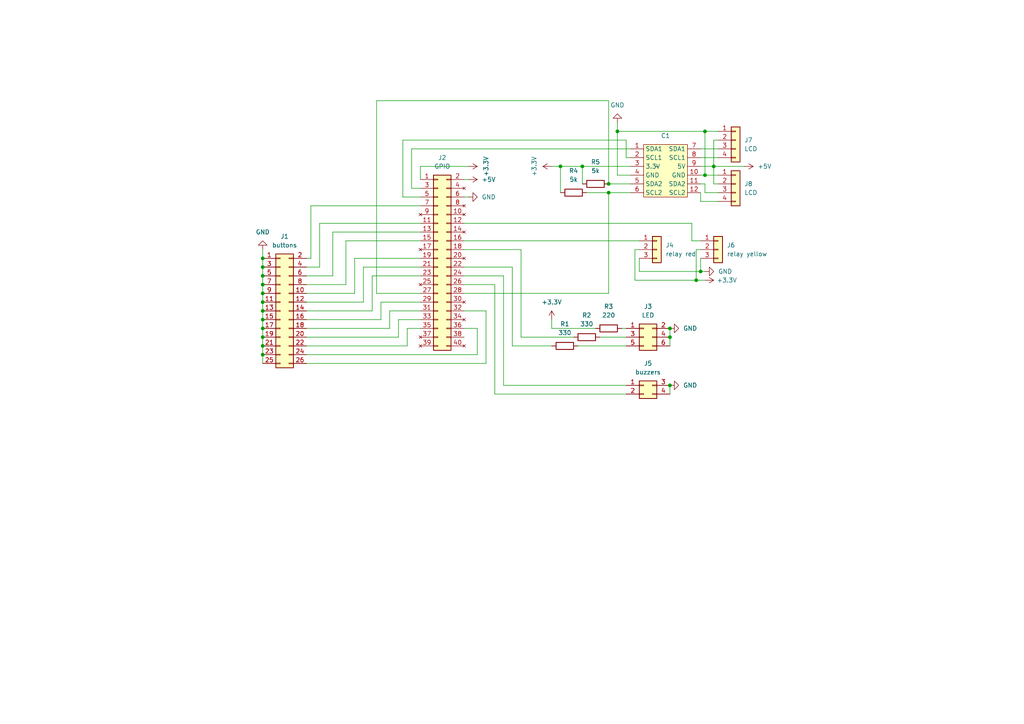
<source format=kicad_sch>
(kicad_sch (version 20230121) (generator eeschema)
  (paper "A4")
  (lib_symbols
    (symbol "Conn_01x04_1" (pin_names (offset 1.016) hide)
      (property "Reference" "J4" (at 2.54 0 0))
      (property "Value" "LCD" (at 2.54 -2.54 0))
      (symbol "Conn_01x04_1_1_1"
        (rectangle (start -1.27 -4.953) (end 0 -5.207) (stroke (width 0.1524)))
        (rectangle (start -1.27 -2.413) (end 0 -2.667) (stroke (width 0.1524)))
        (rectangle (start -1.27 0.127) (end 0 -0.127) (stroke (width 0.1524)))
        (rectangle (start -1.27 2.667) (end 0 2.413) (stroke (width 0.1524)))
        (rectangle (start -1.27 3.81) (end 1.27 -6.35) (stroke (width 0.254)) (fill (type background)))
        (pin power_in line (at -5.08 2.54 0) (length 3.81) (name "GND") (number "1"))
        (pin power_in line (at -5.08 0 0) (length 3.81) (name "VCC") (number "2"))
        (pin passive line (at -5.08 -2.54 0) (length 3.81) (name "SDA") (number "3"))
        (pin passive line (at -5.08 -5.08 0) (length 3.81) (name "SCL") (number "4"))
      )
    )
    (symbol "Connector_Generic:Conn_01x03" (pin_names (offset 1.016) hide)
      (property "Reference" "J" (at 0 5.08 0))
      (property "Value" "Conn_01x03" (at 0 -5.08 0))
      (symbol "Conn_01x03_1_1"
        (rectangle (start -1.27 -2.413) (end 0 -2.667) (stroke (width 0.1524)))
        (rectangle (start -1.27 0.127) (end 0 -0.127) (stroke (width 0.1524)))
        (rectangle (start -1.27 2.667) (end 0 2.413) (stroke (width 0.1524)))
        (rectangle (start -1.27 3.81) (end 1.27 -3.81) (stroke (width 0.254)) (fill (type background)))
        (pin passive line (at -5.08 2.54 0) (length 3.81) (name "Pin_1") (number "1"))
        (pin passive line (at -5.08 0 0) (length 3.81) (name "Pin_2") (number "2"))
        (pin passive line (at -5.08 -2.54 0) (length 3.81) (name "Pin_3") (number "3"))
      )
    )
    (symbol "Connector_Generic:Conn_02x02_Top_Bottom" (pin_names (offset 1.016) hide)
      (property "Reference" "J" (at 1.27 2.54 0))
      (property "Value" "Conn_02x02_Top_Bottom" (at 1.27 -5.08 0))
      (symbol "Conn_02x02_Top_Bottom_1_1"
        (rectangle (start -1.27 -2.413) (end 0 -2.667) (stroke (width 0.1524)))
        (rectangle (start -1.27 0.127) (end 0 -0.127) (stroke (width 0.1524)))
        (rectangle (start -1.27 1.27) (end 3.81 -3.81) (stroke (width 0.254)) (fill (type background)))
        (rectangle (start 3.81 -2.413) (end 2.54 -2.667) (stroke (width 0.1524)))
        (rectangle (start 3.81 0.127) (end 2.54 -0.127) (stroke (width 0.1524)))
        (pin passive line (at -5.08 0 0) (length 3.81) (name "Pin_1") (number "1"))
        (pin passive line (at -5.08 -2.54 0) (length 3.81) (name "Pin_2") (number "2"))
        (pin passive line (at 7.62 0 180) (length 3.81) (name "Pin_3") (number "3"))
        (pin passive line (at 7.62 -2.54 180) (length 3.81) (name "Pin_4") (number "4"))
      )
    )
    (symbol "Connector_Generic:Conn_02x03_Odd_Even" (pin_names (offset 1.016) hide)
      (property "Reference" "J" (at 1.27 5.08 0))
      (property "Value" "Conn_02x03_Odd_Even" (at 1.27 -5.08 0))
      (symbol "Conn_02x03_Odd_Even_1_1"
        (rectangle (start -1.27 -2.413) (end 0 -2.667) (stroke (width 0.1524)))
        (rectangle (start -1.27 0.127) (end 0 -0.127) (stroke (width 0.1524)))
        (rectangle (start -1.27 2.667) (end 0 2.413) (stroke (width 0.1524)))
        (rectangle (start -1.27 3.81) (end 3.81 -3.81) (stroke (width 0.254)) (fill (type background)))
        (rectangle (start 3.81 -2.413) (end 2.54 -2.667) (stroke (width 0.1524)))
        (rectangle (start 3.81 0.127) (end 2.54 -0.127) (stroke (width 0.1524)))
        (rectangle (start 3.81 2.667) (end 2.54 2.413) (stroke (width 0.1524)))
        (pin passive line (at -5.08 2.54 0) (length 3.81) (name "Pin_1") (number "1"))
        (pin passive line (at 7.62 2.54 180) (length 3.81) (name "Pin_2") (number "2"))
        (pin passive line (at -5.08 0 0) (length 3.81) (name "Pin_3") (number "3"))
        (pin passive line (at 7.62 0 180) (length 3.81) (name "Pin_4") (number "4"))
        (pin passive line (at -5.08 -2.54 0) (length 3.81) (name "Pin_5") (number "5"))
        (pin passive line (at 7.62 -2.54 180) (length 3.81) (name "Pin_6") (number "6"))
      )
    )
    (symbol "Connector_Generic:Conn_02x13_Odd_Even" (pin_names (offset 1.016) hide)
      (property "Reference" "J6" (at 1.27 21.59 0))
      (property "Value" "buttons" (at 1.27 19.05 0))
      (symbol "Conn_02x13_Odd_Even_1_1"
        (rectangle (start -1.27 -15.113) (end 0 -15.367) (stroke (width 0.1524)))
        (rectangle (start -1.27 -12.573) (end 0 -12.827) (stroke (width 0.1524)))
        (rectangle (start -1.27 -10.033) (end 0 -10.287) (stroke (width 0.1524)))
        (rectangle (start -1.27 -7.493) (end 0 -7.747) (stroke (width 0.1524)))
        (rectangle (start -1.27 -4.953) (end 0 -5.207) (stroke (width 0.1524)))
        (rectangle (start -1.27 -2.413) (end 0 -2.667) (stroke (width 0.1524)))
        (rectangle (start -1.27 0.127) (end 0 -0.127) (stroke (width 0.1524)))
        (rectangle (start -1.27 2.667) (end 0 2.413) (stroke (width 0.1524)))
        (rectangle (start -1.27 5.207) (end 0 4.953) (stroke (width 0.1524)))
        (rectangle (start -1.27 7.747) (end 0 7.493) (stroke (width 0.1524)))
        (rectangle (start -1.27 10.287) (end 0 10.033) (stroke (width 0.1524)))
        (rectangle (start -1.27 12.827) (end 0 12.573) (stroke (width 0.1524)))
        (rectangle (start -1.27 15.367) (end 0 15.113) (stroke (width 0.1524)))
        (rectangle (start -1.27 16.51) (end 3.81 -16.51) (stroke (width 0.254)) (fill (type background)))
        (rectangle (start 3.81 -15.113) (end 2.54 -15.367) (stroke (width 0.1524)))
        (rectangle (start 3.81 -12.573) (end 2.54 -12.827) (stroke (width 0.1524)))
        (rectangle (start 3.81 -10.033) (end 2.54 -10.287) (stroke (width 0.1524)))
        (rectangle (start 3.81 -7.493) (end 2.54 -7.747) (stroke (width 0.1524)))
        (rectangle (start 3.81 -4.953) (end 2.54 -5.207) (stroke (width 0.1524)))
        (rectangle (start 3.81 -2.413) (end 2.54 -2.667) (stroke (width 0.1524)))
        (rectangle (start 3.81 0.127) (end 2.54 -0.127) (stroke (width 0.1524)))
        (rectangle (start 3.81 2.667) (end 2.54 2.413) (stroke (width 0.1524)))
        (rectangle (start 3.81 5.207) (end 2.54 4.953) (stroke (width 0.1524)))
        (rectangle (start 3.81 7.747) (end 2.54 7.493) (stroke (width 0.1524)))
        (rectangle (start 3.81 10.287) (end 2.54 10.033) (stroke (width 0.1524)))
        (rectangle (start 3.81 12.827) (end 2.54 12.573) (stroke (width 0.1524)))
        (rectangle (start 3.81 15.367) (end 2.54 15.113) (stroke (width 0.1524)))
        (pin passive line (at -5.08 15.24 0) (length 3.81) (name "reset") (number "1"))
        (pin passive line (at 7.62 5.08 180) (length 3.81) (name "yellow-") (number "10"))
        (pin passive line (at -5.08 2.54 0) (length 3.81) (name "nuggets") (number "11"))
        (pin passive line (at 7.62 2.54 180) (length 3.81) (name "nuggets") (number "12"))
        (pin passive line (at -5.08 0 0) (length 3.81) (name "selpoivre") (number "13"))
        (pin passive line (at 7.62 0 180) (length 3.81) (name "selpoivre") (number "14"))
        (pin passive line (at -5.08 -2.54 0) (length 3.81) (name "menus") (number "15"))
        (pin passive line (at 7.62 -2.54 180) (length 3.81) (name "menus") (number "16"))
        (pin passive line (at -5.08 -5.08 0) (length 3.81) (name "addition") (number "17"))
        (pin passive line (at 7.62 -5.08 180) (length 3.81) (name "addition") (number "18"))
        (pin passive line (at -5.08 -7.62 0) (length 3.81) (name "sample1") (number "19"))
        (pin passive line (at 7.62 15.24 180) (length 3.81) (name "reset") (number "2"))
        (pin passive line (at 7.62 -7.62 180) (length 3.81) (name "sample1") (number "20"))
        (pin passive line (at -5.08 -10.16 0) (length 3.81) (name "sample2") (number "21"))
        (pin passive line (at 7.62 -10.16 180) (length 3.81) (name "sample2") (number "22"))
        (pin passive line (at -5.08 -12.7 0) (length 3.81) (name "sample3") (number "23"))
        (pin passive line (at 7.62 -12.7 180) (length 3.81) (name "sample3") (number "24"))
        (pin passive line (at -5.08 -15.24 0) (length 3.81) (name "sample4") (number "25"))
        (pin passive line (at 7.62 -15.24 180) (length 3.81) (name "sample4") (number "26"))
        (pin passive line (at -5.08 12.7 0) (length 3.81) (name "red+") (number "3"))
        (pin passive line (at 7.62 12.7 180) (length 3.81) (name "red+") (number "4"))
        (pin passive line (at -5.08 10.16 0) (length 3.81) (name "red-") (number "5"))
        (pin passive line (at 7.62 10.16 180) (length 3.81) (name "red-") (number "6"))
        (pin passive line (at -5.08 7.62 0) (length 3.81) (name "yellow+") (number "7"))
        (pin passive line (at 7.62 7.62 180) (length 3.81) (name "yellow+") (number "8"))
        (pin passive line (at -5.08 5.08 0) (length 3.81) (name "yellow-") (number "9"))
      )
    )
    (symbol "Connector_Generic:Conn_02x20_Odd_Even" (pin_names (offset 1.016) hide)
      (property "Reference" "J1" (at 0 29.21 0))
      (property "Value" "GPIO" (at 0 26.67 0))
      (symbol "Conn_02x20_Odd_Even_1_1"
        (rectangle (start -2.54 -25.273) (end -1.27 -25.527) (stroke (width 0.1524)))
        (rectangle (start -2.54 -22.733) (end -1.27 -22.987) (stroke (width 0.1524)))
        (rectangle (start -2.54 -20.193) (end -1.27 -20.447) (stroke (width 0.1524)))
        (rectangle (start -2.54 -17.653) (end -1.27 -17.907) (stroke (width 0.1524)))
        (rectangle (start -2.54 -15.113) (end -1.27 -15.367) (stroke (width 0.1524)))
        (rectangle (start -2.54 -12.573) (end -1.27 -12.827) (stroke (width 0.1524)))
        (rectangle (start -2.54 -10.033) (end -1.27 -10.287) (stroke (width 0.1524)))
        (rectangle (start -2.54 -7.493) (end -1.27 -7.747) (stroke (width 0.1524)))
        (rectangle (start -2.54 -4.953) (end -1.27 -5.207) (stroke (width 0.1524)))
        (rectangle (start -2.54 -2.413) (end -1.27 -2.667) (stroke (width 0.1524)))
        (rectangle (start -2.54 0.127) (end -1.27 -0.127) (stroke (width 0.1524)))
        (rectangle (start -2.54 2.667) (end -1.27 2.413) (stroke (width 0.1524)))
        (rectangle (start -2.54 5.207) (end -1.27 4.953) (stroke (width 0.1524)))
        (rectangle (start -2.54 7.747) (end -1.27 7.493) (stroke (width 0.1524)))
        (rectangle (start -2.54 10.287) (end -1.27 10.033) (stroke (width 0.1524)))
        (rectangle (start -2.54 12.827) (end -1.27 12.573) (stroke (width 0.1524)))
        (rectangle (start -2.54 15.367) (end -1.27 15.113) (stroke (width 0.1524)))
        (rectangle (start -2.54 17.907) (end -1.27 17.653) (stroke (width 0.1524)))
        (rectangle (start -2.54 20.447) (end -1.27 20.193) (stroke (width 0.1524)))
        (rectangle (start -2.54 22.987) (end -1.27 22.733) (stroke (width 0.1524)))
        (rectangle (start -2.54 24.13) (end 2.54 -26.67) (stroke (width 0.254)) (fill (type background)))
        (rectangle (start 2.54 -25.273) (end 1.27 -25.527) (stroke (width 0.1524)))
        (rectangle (start 2.54 -22.733) (end 1.27 -22.987) (stroke (width 0.1524)))
        (rectangle (start 2.54 -20.193) (end 1.27 -20.447) (stroke (width 0.1524)))
        (rectangle (start 2.54 -17.653) (end 1.27 -17.907) (stroke (width 0.1524)))
        (rectangle (start 2.54 -15.113) (end 1.27 -15.367) (stroke (width 0.1524)))
        (rectangle (start 2.54 -12.573) (end 1.27 -12.827) (stroke (width 0.1524)))
        (rectangle (start 2.54 -10.033) (end 1.27 -10.287) (stroke (width 0.1524)))
        (rectangle (start 2.54 -7.493) (end 1.27 -7.747) (stroke (width 0.1524)))
        (rectangle (start 2.54 -4.953) (end 1.27 -5.207) (stroke (width 0.1524)))
        (rectangle (start 2.54 -2.413) (end 1.27 -2.667) (stroke (width 0.1524)))
        (rectangle (start 2.54 0.127) (end 1.27 -0.127) (stroke (width 0.1524)))
        (rectangle (start 2.54 2.667) (end 1.27 2.413) (stroke (width 0.1524)))
        (rectangle (start 2.54 5.207) (end 1.27 4.953) (stroke (width 0.1524)))
        (rectangle (start 2.54 7.747) (end 1.27 7.493) (stroke (width 0.1524)))
        (rectangle (start 2.54 10.287) (end 1.27 10.033) (stroke (width 0.1524)))
        (rectangle (start 2.54 12.827) (end 1.27 12.573) (stroke (width 0.1524)))
        (rectangle (start 2.54 15.367) (end 1.27 15.113) (stroke (width 0.1524)))
        (rectangle (start 2.54 17.907) (end 1.27 17.653) (stroke (width 0.1524)))
        (rectangle (start 2.54 20.447) (end 1.27 20.193) (stroke (width 0.1524)))
        (rectangle (start 2.54 22.987) (end 1.27 22.733) (stroke (width 0.1524)))
        (pin power_in line (at -6.35 22.86 0) (length 3.81) (name "3v3") (number "1"))
        (pin no_connect line (at 6.35 12.7 180) (length 3.81) (name "RXD1") (number "10"))
        (pin passive line (at -6.35 10.16 0) (length 3.81) (name "wpi0") (number "11"))
        (pin passive line (at 6.35 10.16 180) (length 3.81) (name "wpi1") (number "12"))
        (pin passive line (at -6.35 7.62 0) (length 3.81) (name "wpi2") (number "13"))
        (pin no_connect line (at 6.35 7.62 180) (length 3.81) (name "GND") (number "14"))
        (pin passive line (at -6.35 5.08 0) (length 3.81) (name "wpi3") (number "15"))
        (pin passive line (at 6.35 5.08 180) (length 3.81) (name "wpi4") (number "16"))
        (pin no_connect line (at -6.35 2.54 0) (length 3.81) (name "3v3") (number "17"))
        (pin passive line (at 6.35 2.54 180) (length 3.81) (name "wpi5") (number "18"))
        (pin passive line (at -6.35 0 0) (length 3.81) (name "wpi12") (number "19"))
        (pin power_in line (at 6.35 22.86 180) (length 3.81) (name "5v0") (number "2"))
        (pin no_connect line (at 6.35 0 180) (length 3.81) (name "GND") (number "20"))
        (pin passive line (at -6.35 -2.54 0) (length 3.81) (name "wpi13") (number "21"))
        (pin passive line (at 6.35 -2.54 180) (length 3.81) (name "wpi6") (number "22"))
        (pin passive line (at -6.35 -5.08 0) (length 3.81) (name "wip14") (number "23"))
        (pin passive line (at 6.35 -5.08 180) (length 3.81) (name "wpi10") (number "24"))
        (pin no_connect line (at -6.35 -7.62 0) (length 3.81) (name "GND") (number "25"))
        (pin passive line (at 6.35 -7.62 180) (length 3.81) (name "wpi11") (number "26"))
        (pin passive line (at -6.35 -10.16 0) (length 3.81) (name "SDA2") (number "27"))
        (pin passive line (at 6.35 -10.16 180) (length 3.81) (name "SCL2") (number "28"))
        (pin passive line (at -6.35 -12.7 0) (length 3.81) (name "wip21") (number "29"))
        (pin passive line (at -6.35 20.32 0) (length 3.81) (name "SDA1") (number "3"))
        (pin no_connect line (at 6.35 -12.7 180) (length 3.81) (name "GND") (number "30"))
        (pin passive line (at -6.35 -15.24 0) (length 3.81) (name "wip22") (number "31"))
        (pin passive line (at 6.35 -15.24 180) (length 3.81) (name "wpi26") (number "32"))
        (pin passive line (at -6.35 -17.78 0) (length 3.81) (name "wip23") (number "33"))
        (pin no_connect line (at 6.35 -17.78 180) (length 3.81) (name "GND") (number "34"))
        (pin passive line (at -6.35 -20.32 0) (length 3.81) (name "wip24") (number "35"))
        (pin passive line (at 6.35 -20.32 180) (length 3.81) (name "wpi27") (number "36"))
        (pin no_connect line (at -6.35 -22.86 0) (length 3.81) (name "AIN1") (number "37"))
        (pin power_out line (at 6.35 -22.86 180) (length 3.81) (name "1.8V") (number "38"))
        (pin no_connect line (at -6.35 -25.4 0) (length 3.81) (name "GND") (number "39"))
        (pin no_connect line (at 6.35 20.32 180) (length 3.81) (name "5v0") (number "4"))
        (pin no_connect line (at 6.35 -25.4 180) (length 3.81) (name "AIN0") (number "40"))
        (pin passive line (at -6.35 17.78 0) (length 3.81) (name "SCL1") (number "5"))
        (pin power_in line (at 6.35 17.78 180) (length 3.81) (name "GND") (number "6"))
        (pin passive line (at -6.35 15.24 0) (length 3.81) (name "wpi7") (number "7"))
        (pin no_connect line (at 6.35 15.24 180) (length 3.81) (name "TXD1") (number "8"))
        (pin no_connect line (at -6.35 12.7 0) (length 3.81) (name "GND") (number "9"))
      )
    )
    (symbol "Device:R" (pin_numbers hide) (pin_names (offset 0))
      (property "Reference" "R" (at 2.032 0 90))
      (property "Value" "R" (at 0 0 90))
      (symbol "R_0_1"
        (rectangle (start -1.016 -2.54) (end 1.016 2.54) (stroke (width 0.254)))
      )
      (symbol "R_1_1"
        (pin passive line (at 0 3.81 270) (length 1.27) (name "~") (number "1"))
        (pin passive line (at 0 -3.81 90) (length 1.27) (name "~") (number "2"))
      )
    )
    (symbol "perso:Converter_3.3v_5v_i2c"
      (property "Reference" "C" (at 0 0 0))
      (symbol "Converter_3.3v_5v_i2c_1_1"
        (rectangle (start -6.35 7.62) (end 6.35 -7.62) (fill (type background)))
        (pin bidirectional line (at -10.16 6.35 0) (length 3.81) (name "SDA1") (number "1"))
        (pin power_in line (at 10.16 -1.27 180) (length 3.81) (name "GND") (number "10"))
        (pin bidirectional line (at 10.16 -3.81 180) (length 3.81) (name "SDA2") (number "11"))
        (pin bidirectional line (at 10.16 -6.35 180) (length 3.81) (name "SCL2") (number "12"))
        (pin bidirectional line (at -10.16 3.81 0) (length 3.81) (name "SCL1") (number "2"))
        (pin power_in line (at -10.16 1.27 0) (length 3.81) (name "3.3V") (number "3"))
        (pin power_in line (at -10.16 -1.27 0) (length 3.81) (name "GND") (number "4"))
        (pin bidirectional line (at -10.16 -3.81 0) (length 3.81) (name "SDA2") (number "5"))
        (pin bidirectional line (at -10.16 -6.35 0) (length 3.81) (name "SCL2") (number "6"))
        (pin bidirectional line (at 10.16 6.35 180) (length 3.81) (name "SDA1") (number "7"))
        (pin bidirectional line (at 10.16 3.81 180) (length 3.81) (name "SCL1") (number "8"))
        (pin power_in line (at 10.16 1.27 180) (length 3.81) (name "5V") (number "9"))
      )
    )
    (symbol "power:+3.3V" (power) (pin_names (offset 0))
      (property "Value" "+3.3V" (at 0 3.556 0))
      (symbol "+3.3V_0_1"
        (polyline (pts (xy -0.762 1.27) (xy 0 2.54)))
        (polyline (pts (xy 0 0) (xy 0 2.54)))
        (polyline (pts (xy 0 2.54) (xy 0.762 1.27)))
      )
      (symbol "+3.3V_1_1"
        (pin power_in line (at 0 0 90) (length 0) hide (name "+3.3V") (number "1"))
      )
    )
    (symbol "power:+5V" (power) (pin_names (offset 0))
      (property "Value" "+5V" (at 0 3.556 0))
      (symbol "+5V_0_1"
        (polyline (pts (xy -0.762 1.27) (xy 0 2.54)))
        (polyline (pts (xy 0 0) (xy 0 2.54)))
        (polyline (pts (xy 0 2.54) (xy 0.762 1.27)))
      )
      (symbol "+5V_1_1"
        (pin power_in line (at 0 0 90) (length 0) hide (name "+5V") (number "1"))
      )
    )
    (symbol "power:GND" (power) (pin_names (offset 0))
      (property "Value" "GND" (at 0 -3.81 0))
      (symbol "GND_0_1"
        (polyline (pts (xy 0 0) (xy 0 -1.27) (xy 1.27 -1.27) (xy 0 -2.54) (xy -1.27 -1.27) (xy 0 -1.27)))
      )
      (symbol "GND_1_1"
        (pin power_in line (at 0 0 270) (length 0) hide (name "GND") (number "1"))
      )
    )
  )
  (junction (at 76.2 90.17))
  (junction (at 207.01 48.26))
  (junction (at 194.31 97.79))
  (junction (at 162.56 48.26))
  (junction (at 204.47 50.8))
  (junction (at 168.91 48.26))
  (junction (at 76.2 102.87))
  (junction (at 76.2 92.71))
  (junction (at 76.2 87.63))
  (junction (at 76.2 80.01))
  (junction (at 76.2 95.25))
  (junction (at 76.2 100.33))
  (junction (at 201.93 81.28))
  (junction (at 76.2 85.09))
  (junction (at 204.47 38.1))
  (junction (at 176.53 55.88))
  (junction (at 76.2 82.55))
  (junction (at 76.2 77.47))
  (junction (at 76.2 97.79))
  (junction (at 76.2 74.93))
  (junction (at 179.07 38.1))
  (junction (at 203.2 78.74))
  (junction (at 194.31 95.25))
  (junction (at 194.31 111.76))
  (junction (at 176.53 53.34))
  (wire (pts (xy 116.84 40.64) (xy 181.61 40.64)))
  (wire (pts (xy 194.31 97.79) (xy 194.31 100.33)))
  (wire (pts (xy 204.47 50.8) (xy 208.28 50.8)))
  (wire (pts (xy 88.9 85.09) (xy 102.87 85.09)))
  (wire (pts (xy 88.9 92.71) (xy 110.49 92.71)))
  (wire (pts (xy 203.2 43.18) (xy 208.28 43.18)))
  (wire (pts (xy 109.22 85.09) (xy 121.92 85.09)))
  (wire (pts (xy 110.49 87.63) (xy 110.49 92.71)))
  (wire (pts (xy 170.18 55.88) (xy 176.53 55.88)))
  (wire (pts (xy 173.99 97.79) (xy 181.61 97.79)))
  (wire (pts (xy 134.62 80.01) (xy 146.05 80.01)))
  (wire (pts (xy 180.34 95.25) (xy 181.61 95.25)))
  (wire (pts (xy 109.22 29.21) (xy 109.22 85.09)))
  (wire (pts (xy 88.9 87.63) (xy 105.41 87.63)))
  (wire (pts (xy 146.05 111.76) (xy 181.61 111.76)))
  (wire (pts (xy 113.03 90.17) (xy 113.03 95.25)))
  (wire (pts (xy 105.41 77.47) (xy 121.92 77.47)))
  (wire (pts (xy 134.62 90.17) (xy 140.97 90.17)))
  (wire (pts (xy 88.9 90.17) (xy 107.95 90.17)))
  (wire (pts (xy 148.59 77.47) (xy 148.59 100.33)))
  (wire (pts (xy 184.15 72.39) (xy 185.42 72.39)))
  (wire (pts (xy 207.01 48.26) (xy 207.01 40.64)))
  (wire (pts (xy 194.31 111.76) (xy 194.31 114.3)))
  (wire (pts (xy 140.97 90.17) (xy 140.97 105.41)))
  (wire (pts (xy 134.62 64.77) (xy 200.66 64.77)))
  (wire (pts (xy 121.92 57.15) (xy 116.84 57.15)))
  (wire (pts (xy 121.92 69.85) (xy 100.33 69.85)))
  (wire (pts (xy 102.87 74.93) (xy 102.87 85.09)))
  (wire (pts (xy 105.41 77.47) (xy 105.41 87.63)))
  (wire (pts (xy 76.2 85.09) (xy 76.2 87.63)))
  (wire (pts (xy 134.62 77.47) (xy 148.59 77.47)))
  (wire (pts (xy 135.89 52.07) (xy 134.62 52.07)))
  (wire (pts (xy 168.91 53.34) (xy 168.91 48.26)))
  (wire (pts (xy 207.01 53.34) (xy 208.28 53.34)))
  (wire (pts (xy 143.51 114.3) (xy 181.61 114.3)))
  (wire (pts (xy 76.2 72.39) (xy 76.2 74.93)))
  (wire (pts (xy 76.2 95.25) (xy 76.2 97.79)))
  (wire (pts (xy 88.9 97.79) (xy 115.57 97.79)))
  (wire (pts (xy 207.01 48.26) (xy 207.01 53.34)))
  (wire (pts (xy 184.15 81.28) (xy 201.93 81.28)))
  (wire (pts (xy 203.2 74.93) (xy 203.2 78.74)))
  (wire (pts (xy 203.2 58.42) (xy 208.28 58.42)))
  (wire (pts (xy 121.92 74.93) (xy 102.87 74.93)))
  (wire (pts (xy 160.02 95.25) (xy 172.72 95.25)))
  (wire (pts (xy 167.64 100.33) (xy 181.61 100.33)))
  (wire (pts (xy 107.95 80.01) (xy 121.92 80.01)))
  (wire (pts (xy 203.2 55.88) (xy 203.2 58.42)))
  (wire (pts (xy 109.22 29.21) (xy 176.53 29.21)))
  (wire (pts (xy 88.9 95.25) (xy 113.03 95.25)))
  (wire (pts (xy 116.84 40.64) (xy 116.84 57.15)))
  (wire (pts (xy 90.17 74.93) (xy 88.9 74.93)))
  (wire (pts (xy 118.11 95.25) (xy 121.92 95.25)))
  (wire (pts (xy 119.38 43.18) (xy 119.38 54.61)))
  (wire (pts (xy 90.17 59.69) (xy 90.17 74.93)))
  (wire (pts (xy 185.42 78.74) (xy 203.2 78.74)))
  (wire (pts (xy 203.2 69.85) (xy 200.66 69.85)))
  (wire (pts (xy 88.9 80.01) (xy 96.52 80.01)))
  (wire (pts (xy 184.15 81.28) (xy 184.15 72.39)))
  (wire (pts (xy 203.2 50.8) (xy 204.47 50.8)))
  (wire (pts (xy 162.56 48.26) (xy 162.56 55.88)))
  (wire (pts (xy 76.2 74.93) (xy 76.2 77.47)))
  (wire (pts (xy 203.2 53.34) (xy 204.47 53.34)))
  (wire (pts (xy 162.56 48.26) (xy 168.91 48.26)))
  (wire (pts (xy 179.07 35.56) (xy 179.07 38.1)))
  (wire (pts (xy 204.47 53.34) (xy 204.47 55.88)))
  (wire (pts (xy 88.9 105.41) (xy 140.97 105.41)))
  (wire (pts (xy 201.93 72.39) (xy 201.93 81.28)))
  (wire (pts (xy 176.53 53.34) (xy 182.88 53.34)))
  (wire (pts (xy 146.05 80.01) (xy 146.05 111.76)))
  (wire (pts (xy 138.43 95.25) (xy 134.62 95.25)))
  (wire (pts (xy 100.33 69.85) (xy 100.33 82.55)))
  (wire (pts (xy 88.9 100.33) (xy 118.11 100.33)))
  (wire (pts (xy 92.71 64.77) (xy 92.71 77.47)))
  (wire (pts (xy 179.07 38.1) (xy 179.07 50.8)))
  (wire (pts (xy 76.2 77.47) (xy 76.2 80.01)))
  (wire (pts (xy 203.2 48.26) (xy 207.01 48.26)))
  (wire (pts (xy 118.11 100.33) (xy 118.11 95.25)))
  (wire (pts (xy 179.07 38.1) (xy 204.47 38.1)))
  (wire (pts (xy 181.61 40.64) (xy 181.61 45.72)))
  (wire (pts (xy 176.53 55.88) (xy 176.53 85.09)))
  (wire (pts (xy 121.92 67.31) (xy 96.52 67.31)))
  (wire (pts (xy 134.62 72.39) (xy 151.13 72.39)))
  (wire (pts (xy 119.38 54.61) (xy 121.92 54.61)))
  (wire (pts (xy 134.62 85.09) (xy 176.53 85.09)))
  (wire (pts (xy 121.92 48.26) (xy 121.92 52.07)))
  (wire (pts (xy 151.13 97.79) (xy 166.37 97.79)))
  (wire (pts (xy 134.62 82.55) (xy 143.51 82.55)))
  (wire (pts (xy 185.42 74.93) (xy 185.42 78.74)))
  (wire (pts (xy 201.93 72.39) (xy 203.2 72.39)))
  (wire (pts (xy 135.89 48.26) (xy 121.92 48.26)))
  (wire (pts (xy 88.9 102.87) (xy 138.43 102.87)))
  (wire (pts (xy 76.2 90.17) (xy 76.2 92.71)))
  (wire (pts (xy 204.47 38.1) (xy 208.28 38.1)))
  (wire (pts (xy 119.38 43.18) (xy 182.88 43.18)))
  (wire (pts (xy 134.62 69.85) (xy 185.42 69.85)))
  (wire (pts (xy 201.93 81.28) (xy 204.47 81.28)))
  (wire (pts (xy 115.57 92.71) (xy 121.92 92.71)))
  (wire (pts (xy 148.59 100.33) (xy 160.02 100.33)))
  (wire (pts (xy 160.02 48.26) (xy 162.56 48.26)))
  (wire (pts (xy 76.2 97.79) (xy 76.2 100.33)))
  (wire (pts (xy 176.53 53.34) (xy 176.53 29.21)))
  (wire (pts (xy 176.53 55.88) (xy 182.88 55.88)))
  (wire (pts (xy 76.2 82.55) (xy 76.2 85.09)))
  (wire (pts (xy 135.89 57.15) (xy 134.62 57.15)))
  (wire (pts (xy 143.51 82.55) (xy 143.51 114.3)))
  (wire (pts (xy 121.92 59.69) (xy 90.17 59.69)))
  (wire (pts (xy 88.9 82.55) (xy 100.33 82.55)))
  (wire (pts (xy 121.92 64.77) (xy 92.71 64.77)))
  (wire (pts (xy 76.2 100.33) (xy 76.2 102.87)))
  (wire (pts (xy 204.47 38.1) (xy 204.47 50.8)))
  (wire (pts (xy 181.61 45.72) (xy 182.88 45.72)))
  (wire (pts (xy 110.49 87.63) (xy 121.92 87.63)))
  (wire (pts (xy 76.2 92.71) (xy 76.2 95.25)))
  (wire (pts (xy 207.01 40.64) (xy 208.28 40.64)))
  (wire (pts (xy 113.03 90.17) (xy 121.92 90.17)))
  (wire (pts (xy 76.2 102.87) (xy 76.2 105.41)))
  (wire (pts (xy 88.9 77.47) (xy 92.71 77.47)))
  (wire (pts (xy 203.2 78.74) (xy 204.47 78.74)))
  (wire (pts (xy 207.01 48.26) (xy 215.9 48.26)))
  (wire (pts (xy 96.52 67.31) (xy 96.52 80.01)))
  (wire (pts (xy 200.66 64.77) (xy 200.66 69.85)))
  (wire (pts (xy 115.57 97.79) (xy 115.57 92.71)))
  (wire (pts (xy 179.07 50.8) (xy 182.88 50.8)))
  (wire (pts (xy 76.2 80.01) (xy 76.2 82.55)))
  (wire (pts (xy 151.13 72.39) (xy 151.13 97.79)))
  (wire (pts (xy 168.91 48.26) (xy 182.88 48.26)))
  (wire (pts (xy 107.95 80.01) (xy 107.95 90.17)))
  (wire (pts (xy 76.2 87.63) (xy 76.2 90.17)))
  (wire (pts (xy 138.43 102.87) (xy 138.43 95.25)))
  (wire (pts (xy 204.47 55.88) (xy 208.28 55.88)))
  (wire (pts (xy 194.31 95.25) (xy 194.31 97.79)))
  (wire (pts (xy 203.2 45.72) (xy 208.28 45.72)))
  (wire (pts (xy 160.02 95.25) (xy 160.02 92.71)))
  (symbol (lib_id "Device:R") (at 176.53 95.25 270) (unit 1)
    (property "Reference" "R3" (at 176.53 88.9 90))
    (property "Value" "220" (at 176.53 91.44 90))
    (property "Footprint" "Resistor_THT:R_Axial_DIN0204_L3.6mm_D1.6mm_P2.54mm_Vertical" (effects hide))
  )
  (symbol (lib_id "Device:R") (at 166.37 55.88 270) (unit 1)
    (property "Reference" "R4" (at 166.37 49.53 90))
    (property "Value" "5k" (at 166.37 52.07 90))
    (property "Footprint" "Resistor_THT:R_Axial_DIN0204_L3.6mm_D1.6mm_P2.54mm_Vertical" (effects hide))
  )
  (symbol (lib_id "Device:R") (at 163.83 100.33 270) (unit 1)
    (property "Reference" "R1" (at 163.83 93.98 90))
    (property "Value" "330" (at 163.83 96.52 90))
    (property "Footprint" "Resistor_THT:R_Axial_DIN0204_L3.6mm_D1.6mm_P2.54mm_Vertical" (effects hide))
  )
  (symbol (lib_id "power:GND") (at 179.07 35.56 180) (unit 1)
    (property "Reference" "#PWR07" (effects hide))
    (property "Value" "GND" (at 179.07 30.48 0))
  )
  (symbol (lib_id "perso:Converter_3.3v_5v_i2c") (at 193.04 49.53 0) (unit 1)
    (property "Reference" "C1" (at 193.04 39.37 0))
    (property "Value" "~" (at 190.5 48.26 0))
    (property "Footprint" "perso:Converter_3.3v_5v_i2c" (effects hide))
  )
  (symbol (lib_name "Conn_01x04_1") (lib_id "Connector_Generic:Conn_01x04") (at 213.36 53.34 0) (unit 1)
    (property "Reference" "J8" (at 215.9 53.34 0) (effects (justify left)))
    (property "Value" "LCD" (at 215.9 55.88 0) (effects (justify left)))
    (property "Footprint" "Connector_PinHeader_2.54mm:PinHeader_1x04_P2.54mm_Vertical" (effects hide))
  )
  (symbol (lib_id "power:+3.3V") (at 160.02 92.71 0) (unit 1)
    (property "Reference" "#PWR05" (effects hide))
    (property "Value" "+3.3V" (at 160.02 87.63 0))
  )
  (symbol (lib_id "Device:R") (at 172.72 53.34 270) (unit 1)
    (property "Reference" "R5" (at 172.72 46.99 90))
    (property "Value" "5k" (at 172.72 49.53 90))
    (property "Footprint" "Resistor_THT:R_Axial_DIN0204_L3.6mm_D1.6mm_P2.54mm_Vertical" (effects hide))
  )
  (symbol (lib_id "power:GND") (at 194.31 111.76 90) (unit 1)
    (property "Reference" "#PWR011" (effects hide))
    (property "Value" "GND" (at 198.12 111.76 90) (effects (justify right)))
  )
  (symbol (lib_id "power:+3.3V") (at 135.89 48.26 270) (unit 1)
    (property "Reference" "#PWR02" (effects hide))
    (property "Value" "+3.3V" (at 140.97 48.26 0))
  )
  (symbol (lib_id "power:GND") (at 135.89 57.15 90) (unit 1)
    (property "Reference" "#PWR04" (effects hide))
    (property "Value" "GND" (at 139.7 57.15 90) (effects (justify right)))
  )
  (symbol (lib_id "power:GND") (at 194.31 95.25 90) (unit 1)
    (property "Reference" "#PWR010" (effects hide))
    (property "Value" "GND" (at 198.12 95.25 90) (effects (justify right)))
  )
  (symbol (lib_id "Connector_Generic:Conn_01x03") (at 208.28 72.39 0) (unit 1)
    (property "Reference" "J6" (at 210.82 71.12 0) (effects (justify left)))
    (property "Value" "relay yellow" (at 210.82 73.66 0) (effects (justify left)))
    (property "Footprint" "Connector_PinHeader_2.54mm:PinHeader_1x03_P2.54mm_Vertical" (effects hide))
  )
  (symbol (lib_id "power:GND") (at 204.47 78.74 90) (unit 1)
    (property "Reference" "#PWR08" (effects hide))
    (property "Value" "GND" (at 208.28 78.74 90) (effects (justify right)))
  )
  (symbol (lib_id "power:+3.3V") (at 204.47 81.28 270) (unit 1)
    (property "Reference" "#PWR09" (effects hide))
    (property "Value" "+3.3V" (at 210.82 81.28 90))
  )
  (symbol (lib_id "power:+3.3V") (at 160.02 48.26 90) (unit 1)
    (property "Reference" "#PWR06" (effects hide))
    (property "Value" "+3.3V" (at 154.94 48.26 0))
  )
  (symbol (lib_id "Connector_Generic:Conn_02x02_Top_Bottom") (at 186.69 111.76 0) (unit 1)
    (property "Reference" "J5" (at 187.96 105.41 0))
    (property "Value" "buzzers" (at 187.96 107.95 0))
    (property "Footprint" "Connector_PinHeader_2.54mm:PinHeader_2x02_P2.54mm_Vertical" (effects hide))
  )
  (symbol (lib_name "Conn_01x04_1") (lib_id "Connector_Generic:Conn_01x04") (at 213.36 40.64 0) (unit 1)
    (property "Reference" "J7" (at 215.9 40.64 0) (effects (justify left)))
    (property "Value" "LCD" (at 215.9 43.18 0) (effects (justify left)))
    (property "Footprint" "Connector_PinHeader_2.54mm:PinHeader_1x04_P2.54mm_Vertical" (effects hide))
  )
  (symbol (lib_id "Connector_Generic:Conn_02x13_Odd_Even") (at 81.28 90.17 0) (unit 1)
    (property "Reference" "J1" (at 82.55 68.58 0))
    (property "Value" "buttons" (at 82.55 71.12 0))
    (property "Footprint" "Connector_PinHeader_2.54mm:PinHeader_2x13_P2.54mm_Vertical" (effects hide))
  )
  (symbol (lib_id "power:+5V") (at 215.9 48.26 270) (unit 1)
    (property "Reference" "#PWR012" (effects hide))
    (property "Value" "+5V" (at 219.71 48.26 90) (effects (justify left)))
  )
  (symbol (lib_id "power:GND") (at 76.2 72.39 180) (unit 1)
    (property "Reference" "#PWR01" (effects hide))
    (property "Value" "GND" (at 76.2 67.31 0))
  )
  (symbol (lib_id "Connector_Generic:Conn_02x20_Odd_Even") (at 128.27 74.93 0) (unit 1)
    (property "Reference" "J2" (at 128.27 45.72 0))
    (property "Value" "GPIO" (at 128.27 48.26 0))
    (property "Footprint" "Connector_PinSocket_2.54mm:PinSocket_2x20_P2.54mm_Vertical" (effects hide))
  )
  (symbol (lib_id "Device:R") (at 170.18 97.79 270) (unit 1)
    (property "Reference" "R2" (at 170.18 91.44 90))
    (property "Value" "330" (at 170.18 93.98 90))
    (property "Footprint" "Resistor_THT:R_Axial_DIN0204_L3.6mm_D1.6mm_P2.54mm_Vertical" (effects hide))
  )
  (symbol (lib_id "Connector_Generic:Conn_02x03_Odd_Even") (at 186.69 97.79 0) (unit 1)
    (property "Reference" "J3" (at 187.96 88.9 0))
    (property "Value" "LED" (at 187.96 91.44 0))
    (property "Footprint" "Connector_PinHeader_2.54mm:PinHeader_2x03_P2.54mm_Vertical" (effects hide))
  )
  (symbol (lib_id "Connector_Generic:Conn_01x03") (at 190.5 72.39 0) (unit 1)
    (property "Reference" "J4" (at 193.04 71.12 0) (effects (justify left)))
    (property "Value" "relay red" (at 193.04 73.66 0) (effects (justify left)))
    (property "Footprint" "Connector_PinHeader_2.54mm:PinHeader_1x03_P2.54mm_Vertical" (effects hide))
  )
  (symbol (lib_id "power:+5V") (at 135.89 52.07 270) (unit 1)
    (property "Reference" "#PWR03" (effects hide))
    (property "Value" "+5V" (at 139.7 52.07 90) (effects (justify left)))
  )
)
</source>
